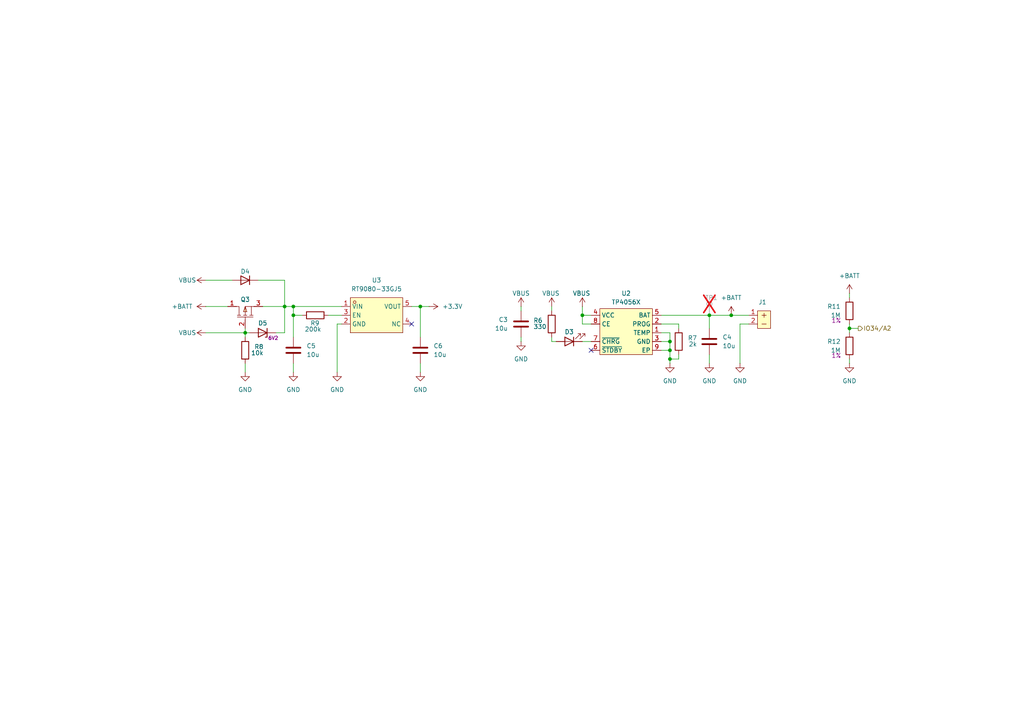
<source format=kicad_sch>
(kicad_sch (version 20250114) (generator "eeschema") (generator_version "9.0")
  (paper "A4")
  (title_block (title "ESP 32 weather ePaper display") (date "2025-02-26") (rev "V1"))
  (lib_symbols
    (symbol "0_local_lib:BRCS150P02ZJ" (pin_names (hide yes))
      (property "Reference" "Q" (at 0 10.16 0))
      (property "Value" "BRCS150P02ZJ" (at 0 -10.16 0))
      (symbol "BRCS150P02ZJ_0_1"
        (polyline (pts (xy -5.08 0) (xy -3.05 0)))
        (polyline (pts (xy -3.05 2.29) (xy -3.05 -2.29)))
        (polyline (pts (xy -2.54 2.29) (xy -2.54 1.27)))
        (polyline (pts (xy -2.54 1.78) (xy 0 1.78) (xy 0 2.54) (xy 0 2.54) (xy 0 2.54) (xy 0 2.54)))
        (polyline (pts (xy -2.54 0) (xy 0 0) (xy 0 -2.54) (xy 0 0) (xy 0 0)))
        (polyline (pts (xy -2.54 -0.51) (xy -2.54 0.51)))
        (polyline (pts (xy -2.54 -2.29) (xy -2.54 -1.27)))
        (polyline (pts (xy 0 0) (xy -1.52 -0.51) (xy -1.52 0.51) (xy 0 0)) (fill (type background)))
        (polyline (pts (xy 0 -1.78) (xy -2.54 -1.78)))
        (pin unspecified line (at -6.35 0 0) (length 2.54) (name "G") (number "2"))
        (pin unspecified line (at 0 5.08 270) (length 2.54) (name "D") (number "1"))
        (pin unspecified line (at 0 -5.08 90) (length 2.54) (name "S") (number "3"))
      )
    )
    (symbol "0_local_lib:RT9080-33GJ5"
      (property "Reference" "U" (at 0 7.62 0))
      (property "Value" "RT9080-33GJ5" (at 0 -7.62 0))
      (symbol "RT9080-33GJ5_0_1"
        (rectangle (start -7.62 5.08) (end 7.62 -5.08) (fill (type background)))
        (circle (center -6.35 3.81) (radius 0.38))
        (pin unspecified line (at -10.16 2.54 0) (length 2.54) (name "VIN") (number "1"))
        (pin unspecified line (at -10.16 0 0) (length 2.54) (name "EN") (number "3"))
        (pin unspecified line (at -10.16 -2.54 0) (length 2.54) (name "GND") (number "2"))
        (pin unspecified line (at 10.16 2.54 180) (length 2.54) (name "VOUT") (number "5"))
        (pin unspecified line (at 10.16 -2.54 180) (length 2.54) (name "NC") (number "4"))
      )
    )
    (symbol "0_local_lib:S2B-PH-K-S(LF)(SN)" (pin_names (hide yes))
      (property "Reference" "J" (at -1.016 4.826 0))
      (symbol "S2B-PH-K-S(LF)(SN)_0_1"
        (rectangle (start -2.54 2.54) (end 1.27 -2.54) (fill (type background)))
        (polyline (pts (xy -1.27 -1.27) (xy 0 -1.27)))
        (polyline (pts (xy -0.635 1.27) (xy -1.27 1.27) (xy 0 1.27) (xy -0.635 1.27) (xy -0.635 1.905) (xy -0.635 0.635) (xy -0.635 1.27)))
        (pin unspecified line (at -5.08 1.27 0) (length 2.54) (name "1") (number "1"))
        (pin unspecified line (at -5.08 -1.27 0) (length 2.54) (name "2") (number "2"))
      )
    )
    (symbol "0_local_lib:TP4056X"
      (property "Reference" "U" (at 0 10.16 0))
      (property "Value" "TP4056X" (at 0 7.62 0))
      (symbol "TP4056X_0_1"
        (rectangle (start -7.62 5.715) (end 7.62 -7.62) (fill (type background)))
        (pin unspecified line (at -10.16 3.81 0) (length 2.54) (name "VCC") (number "4"))
        (pin unspecified line (at -10.16 1.27 0) (length 2.54) (name "CE") (number "8"))
        (pin unspecified line (at -10.16 -3.81 0) (length 2.54) (name "~{CHRG}") (number "7"))
        (pin unspecified line (at -10.16 -6.35 0) (length 2.54) (name "~{STDBY}") (number "6"))
        (pin unspecified line (at 10.16 3.81 180) (length 2.54) (name "BAT") (number "5"))
        (pin unspecified line (at 10.16 1.27 180) (length 2.54) (name "PROG") (number "2"))
        (pin unspecified line (at 10.16 -1.27 180) (length 2.54) (name "TEMP") (number "1"))
        (pin unspecified line (at 10.16 -3.81 180) (length 2.54) (name "GND") (number "3"))
        (pin unspecified line (at 10.16 -6.35 180) (length 2.54) (name "EP") (number "9"))
      )
    )
    (symbol "Connector:TestPoint" (pin_numbers (hide yes)) (pin_names (offset 0.762) (hide yes))
      (property "Reference" "TP" (at 0 6.858 0))
      (property "Value" "TestPoint" (at 0 5.08 0))
      (symbol "TestPoint_0_1"
        (circle (center 0 3.302) (radius 0.762))
      )
      (symbol "TestPoint_1_1"
        (pin passive line (at 0 0 90) (length 2.54) (name "1") (number "1"))
      )
    )
    (symbol "Device:C" (pin_numbers (hide yes)) (pin_names (offset 0.254))
      (property "Reference" "C" (at 0.635 2.54 0))
      (property "Value" "C" (at 0.635 -2.54 0))
      (symbol "C_0_1"
        (polyline (pts (xy -2.032 0.762) (xy 2.032 0.762)) (stroke (width 0.508)))
        (polyline (pts (xy -2.032 -0.762) (xy 2.032 -0.762)) (stroke (width 0.508)))
      )
      (symbol "C_1_1"
        (pin passive line (at 0 3.81 270) (length 2.794) (name "~") (number "1"))
        (pin passive line (at 0 -3.81 90) (length 2.794) (name "~") (number "2"))
      )
    )
    (symbol "Device:D" (pin_numbers (hide yes)) (pin_names (offset 1.016) (hide yes))
      (property "Reference" "D" (at 0 2.54 0))
      (property "Value" "D" (at 0 -2.54 0))
      (symbol "D_0_1"
        (polyline (pts (xy -1.27 1.27) (xy -1.27 -1.27)) (stroke (width 0.254)))
        (polyline (pts (xy 1.27 1.27) (xy 1.27 -1.27) (xy -1.27 0) (xy 1.27 1.27)) (stroke (width 0.254)))
        (polyline (pts (xy 1.27 0) (xy -1.27 0)))
      )
      (symbol "D_1_1"
        (pin passive line (at -3.81 0 0) (length 2.54) (name "K") (number "1"))
        (pin passive line (at 3.81 0 180) (length 2.54) (name "A") (number "2"))
      )
    )
    (symbol "Device:D_Zener" (pin_numbers (hide yes)) (pin_names (offset 1.016) (hide yes))
      (property "Reference" "D" (at 0 2.54 0))
      (property "Value" "D_Zener" (at 0 -2.54 0))
      (symbol "D_Zener_0_1"
        (polyline (pts (xy -1.27 -1.27) (xy -1.27 1.27) (xy -0.762 1.27)) (stroke (width 0.254)))
        (polyline (pts (xy 1.27 0) (xy -1.27 0)))
        (polyline (pts (xy 1.27 -1.27) (xy 1.27 1.27) (xy -1.27 0) (xy 1.27 -1.27)) (stroke (width 0.254)))
      )
      (symbol "D_Zener_1_1"
        (pin passive line (at -3.81 0 0) (length 2.54) (name "K") (number "1"))
        (pin passive line (at 3.81 0 180) (length 2.54) (name "A") (number "2"))
      )
    )
    (symbol "Device:LED" (pin_numbers (hide yes)) (pin_names (offset 1.016) (hide yes))
      (property "Reference" "D" (at 0 2.54 0))
      (property "Value" "LED" (at 0 -2.54 0))
      (symbol "LED_0_1"
        (polyline (pts (xy -3.048 -0.762) (xy -4.572 -2.286) (xy -3.81 -2.286) (xy -4.572 -2.286) (xy -4.572 -1.524)))
        (polyline (pts (xy -1.778 -0.762) (xy -3.302 -2.286) (xy -2.54 -2.286) (xy -3.302 -2.286) (xy -3.302 -1.524)))
        (polyline (pts (xy -1.27 0) (xy 1.27 0)))
        (polyline (pts (xy -1.27 -1.27) (xy -1.27 1.27)) (stroke (width 0.254)))
        (polyline (pts (xy 1.27 -1.27) (xy 1.27 1.27) (xy -1.27 0) (xy 1.27 -1.27)) (stroke (width 0.254)))
      )
      (symbol "LED_1_1"
        (pin passive line (at -3.81 0 0) (length 2.54) (name "K") (number "1"))
        (pin passive line (at 3.81 0 180) (length 2.54) (name "A") (number "2"))
      )
    )
    (symbol "Device:R" (pin_numbers (hide yes)) (pin_names (offset 0))
      (property "Reference" "R" (at 2.032 0 90))
      (property "Value" "R" (at 0 0 90))
      (symbol "R_0_1"
        (rectangle (start -1.016 -2.54) (end 1.016 2.54) (stroke (width 0.254)))
      )
      (symbol "R_1_1"
        (pin passive line (at 0 3.81 270) (length 1.27) (name "~") (number "1"))
        (pin passive line (at 0 -3.81 90) (length 1.27) (name "~") (number "2"))
      )
    )
    (symbol "power:+3.3V" (power) (pin_numbers (hide yes)) (pin_names (offset 0) (hide yes))
      (property "Value" "+3.3V" (at 0 3.556 0))
      (symbol "+3.3V_0_1"
        (polyline (pts (xy -0.762 1.27) (xy 0 2.54)))
        (polyline (pts (xy 0 2.54) (xy 0.762 1.27)))
        (polyline (pts (xy 0 0) (xy 0 2.54)))
      )
      (symbol "+3.3V_1_1"
        (pin power_in line (at 0 0 90) (length 0) (name "~") (number "1"))
      )
    )
    (symbol "power:+BATT" (power) (pin_numbers (hide yes)) (pin_names (offset 0) (hide yes))
      (property "Value" "+BATT" (at 0 3.556 0))
      (symbol "+BATT_0_1"
        (polyline (pts (xy -0.762 1.27) (xy 0 2.54)))
        (polyline (pts (xy 0 2.54) (xy 0.762 1.27)))
        (polyline (pts (xy 0 0) (xy 0 2.54)))
      )
      (symbol "+BATT_1_1"
        (pin power_in line (at 0 0 90) (length 0) (name "~") (number "1"))
      )
    )
    (symbol "power:GND" (power) (pin_numbers (hide yes)) (pin_names (offset 0) (hide yes))
      (property "Value" "GND" (at 0 -3.81 0))
      (symbol "GND_0_1"
        (polyline (pts (xy 0 0) (xy 0 -1.27) (xy 1.27 -1.27) (xy 0 -2.54) (xy -1.27 -1.27) (xy 0 -1.27)))
      )
      (symbol "GND_1_1"
        (pin power_in line (at 0 0 270) (length 0) (name "~") (number "1"))
      )
    )
    (symbol "power:VBUS" (power) (pin_numbers (hide yes)) (pin_names (offset 0) (hide yes))
      (property "Value" "VBUS" (at 0 3.556 0))
      (symbol "VBUS_0_1"
        (polyline (pts (xy -0.762 1.27) (xy 0 2.54)))
        (polyline (pts (xy 0 2.54) (xy 0.762 1.27)))
        (polyline (pts (xy 0 0) (xy 0 2.54)))
      )
      (symbol "VBUS_1_1"
        (pin power_in line (at 0 0 90) (length 0) (name "~") (number "1"))
      )
    )
  )
  (junction (at 85.09 88.9))
  (junction (at 205.74 91.44))
  (junction (at 194.31 99.06))
  (junction (at 212.09 91.44))
  (junction (at 168.91 91.44))
  (junction (at 121.92 88.9))
  (junction (at 85.09 91.44))
  (junction (at 71.12 96.52))
  (junction (at 194.31 101.6))
  (junction (at 194.31 104.14))
  (junction (at 246.38 95.25))
  (junction (at 82.55 88.9))
  (no_connect (at 119.38 93.98))
  (no_connect (at 171.45 101.6))
  (wire (pts (xy 85.09 91.44) (xy 85.09 88.9)))
  (wire (pts (xy 121.92 88.9) (xy 119.38 88.9)))
  (wire (pts (xy 214.63 93.98) (xy 214.63 105.41)))
  (wire (pts (xy 194.31 104.14) (xy 194.31 101.6)))
  (wire (pts (xy 71.12 96.52) (xy 71.12 97.79)))
  (wire (pts (xy 194.31 99.06) (xy 191.77 99.06)))
  (wire (pts (xy 87.63 91.44) (xy 85.09 91.44)))
  (wire (pts (xy 191.77 96.52) (xy 194.31 96.52)))
  (wire (pts (xy 205.74 102.87) (xy 205.74 105.41)))
  (wire (pts (xy 194.31 96.52) (xy 194.31 99.06)))
  (wire (pts (xy 246.38 85.09) (xy 246.38 86.36)))
  (wire (pts (xy 246.38 95.25) (xy 248.92 95.25)))
  (wire (pts (xy 191.77 93.98) (xy 196.85 93.98)))
  (wire (pts (xy 82.55 88.9) (xy 82.55 96.52)))
  (wire (pts (xy 212.09 91.44) (xy 217.17 91.44)))
  (wire (pts (xy 59.69 88.9) (xy 66.04 88.9)))
  (wire (pts (xy 160.02 99.06) (xy 161.29 99.06)))
  (wire (pts (xy 205.74 95.25) (xy 205.74 91.44)))
  (wire (pts (xy 168.91 91.44) (xy 171.45 91.44)))
  (wire (pts (xy 82.55 88.9) (xy 85.09 88.9)))
  (wire (pts (xy 205.74 91.44) (xy 212.09 91.44)))
  (wire (pts (xy 194.31 101.6) (xy 194.31 99.06)))
  (wire (pts (xy 168.91 93.98) (xy 168.91 91.44)))
  (wire (pts (xy 246.38 95.25) (xy 246.38 96.52)))
  (wire (pts (xy 151.13 88.9) (xy 151.13 90.17)))
  (wire (pts (xy 85.09 88.9) (xy 99.06 88.9)))
  (wire (pts (xy 191.77 101.6) (xy 194.31 101.6)))
  (wire (pts (xy 71.12 95.25) (xy 71.12 96.52)))
  (wire (pts (xy 74.93 81.28) (xy 82.55 81.28)))
  (wire (pts (xy 160.02 97.79) (xy 160.02 99.06)))
  (wire (pts (xy 71.12 96.52) (xy 72.39 96.52)))
  (wire (pts (xy 76.2 88.9) (xy 82.55 88.9)))
  (wire (pts (xy 168.91 88.9) (xy 168.91 91.44)))
  (wire (pts (xy 121.92 97.79) (xy 121.92 88.9)))
  (wire (pts (xy 59.69 81.28) (xy 67.31 81.28)))
  (wire (pts (xy 85.09 105.41) (xy 85.09 107.95)))
  (wire (pts (xy 246.38 93.98) (xy 246.38 95.25)))
  (wire (pts (xy 196.85 93.98) (xy 196.85 95.25)))
  (wire (pts (xy 124.46 88.9) (xy 121.92 88.9)))
  (wire (pts (xy 97.79 93.98) (xy 97.79 107.95)))
  (wire (pts (xy 196.85 102.87) (xy 196.85 104.14)))
  (wire (pts (xy 160.02 88.9) (xy 160.02 90.17)))
  (wire (pts (xy 171.45 93.98) (xy 168.91 93.98)))
  (wire (pts (xy 205.74 91.44) (xy 191.77 91.44)))
  (wire (pts (xy 168.91 99.06) (xy 171.45 99.06)))
  (wire (pts (xy 82.55 96.52) (xy 80.01 96.52)))
  (wire (pts (xy 194.31 105.41) (xy 194.31 104.14)))
  (wire (pts (xy 71.12 105.41) (xy 71.12 107.95)))
  (wire (pts (xy 82.55 81.28) (xy 82.55 88.9)))
  (wire (pts (xy 59.69 96.52) (xy 71.12 96.52)))
  (wire (pts (xy 95.25 91.44) (xy 99.06 91.44)))
  (wire (pts (xy 217.17 93.98) (xy 214.63 93.98)))
  (wire (pts (xy 85.09 91.44) (xy 85.09 97.79)))
  (wire (pts (xy 194.31 104.14) (xy 196.85 104.14)))
  (wire (pts (xy 151.13 97.79) (xy 151.13 99.06)))
  (wire (pts (xy 99.06 93.98) (xy 97.79 93.98)))
  (wire (pts (xy 246.38 104.14) (xy 246.38 105.41)))
  (wire (pts (xy 121.92 105.41) (xy 121.92 107.95)))
  (hierarchical_label "IO34{slash}A2" (shape output) (at 248.92 95.25 0))
  (symbol (lib_id "power:+BATT") (at 212.09 91.44 0) (unit 1)
    (property "Reference" "#PWR019" (effects (hide yes)))
    (property "Value" "+BATT" (at 212.09 86.36 0))
    (property "Description" "Power symbol creates a global label with name \"+BATT\"" (effects (hide yes)))
  )
  (symbol (lib_id "power:GND") (at 97.79 107.95 0) (unit 1)
    (property "Reference" "#PWR025" (effects (hide yes)))
    (property "Value" "GND" (at 97.79 113.03 0))
    (property "Description" "Power symbol creates a global label with name \"GND\" , ground" (effects (hide yes)))
  )
  (symbol (lib_id "0_local_lib:RT9080-33GJ5") (at 109.22 91.44 0) (unit 1)
    (property "Reference" "U3" (at 109.22 81.28 0))
    (property "Value" "RT9080-33GJ5" (at 109.22 83.82 0))
    (property "Footprint" "0_local_lib:SOT-23-5_L3.0-W1.5-P0.95-LS2.8-BL" (effects (hide yes)))
    (property "LCSC Part" "C20617299" (effects (hide yes)))
  )
  (symbol (lib_id "power:VBUS") (at 151.13 88.9 0) (mirror y) (unit 1)
    (property "Reference" "#PWR015" (effects (hide yes)))
    (property "Value" "VBUS" (at 151.13 85.09 0))
    (property "Description" "Power symbol creates a global label with name \"VBUS\"" (effects (hide yes)))
  )
  (symbol (lib_id "Device:D") (at 71.12 81.28 180) (unit 1)
    (property "Reference" "D4" (at 71.12 78.74 0))
    (property "Value" "1N5819" (effects (hide yes)))
    (property "Footprint" "Diode_SMD:D_SOD-123F" (effects (hide yes)))
    (property "Description" "Diode" (effects (hide yes)))
    (property "Sim.Device" "D" (effects (hide yes)))
    (property "Sim.Pins" "1=K 2=A" (effects (hide yes)))
    (property "LCSC Part" "C169540 " (effects (hide yes)))
  )
  (symbol (lib_id "power:+BATT") (at 59.69 88.9 90) (unit 1)
    (property "Reference" "#PWR020" (effects (hide yes)))
    (property "Value" "+BATT" (at 55.88 88.8999 90) (effects (justify left)))
    (property "Description" "Power symbol creates a global label with name \"+BATT\"" (effects (hide yes)))
  )
  (symbol (lib_id "power:GND") (at 71.12 107.95 0) (unit 1)
    (property "Reference" "#PWR023" (effects (hide yes)))
    (property "Value" "GND" (at 71.12 113.03 0))
    (property "Description" "Power symbol creates a global label with name \"GND\" , ground" (effects (hide yes)))
  )
  (symbol (lib_id "Device:C") (at 121.92 101.6 180) (unit 1)
    (property "Reference" "C6" (at 125.73 100.3299 0) (effects (justify right)))
    (property "Value" "10u" (at 125.73 102.8699 0) (effects (justify right)))
    (property "Footprint" "Capacitor_SMD:C_0603_1608Metric" (effects (hide yes)))
    (property "Description" "Unpolarized capacitor" (effects (hide yes)))
    (property "LCSC Part" "C96446" (effects (hide yes)))
  )
  (symbol (lib_id "Device:R") (at 246.38 90.17 0) (mirror x) (unit 1)
    (property "Reference" "R11" (at 243.84 88.8999 0) (effects (justify right)))
    (property "Value" "1M" (at 243.84 91.4399 0) (effects (justify right)))
    (property "Footprint" "Resistor_SMD:R_0603_1608Metric" (effects (hide yes)))
    (property "Description" "Resistor" (effects (hide yes)))
    (property "Précision " "1%" (at 242.57 92.964 0))
    (property "LCSC Part" "C25803" (effects (hide yes)))
  )
  (symbol (lib_id "Device:R") (at 91.44 91.44 270) (mirror x) (unit 1)
    (property "Reference" "R9" (at 92.71 93.726 90) (effects (justify right)))
    (property "Value" "200k" (at 93.218 95.504 90) (effects (justify right)))
    (property "Footprint" "Resistor_SMD:R_0603_1608Metric" (effects (hide yes)))
    (property "Description" "Resistor" (effects (hide yes)))
    (property "LCSC Part" "C25811" (effects (hide yes)))
  )
  (symbol (lib_id "Device:D_Zener") (at 76.2 96.52 180) (unit 1)
    (property "Reference" "D5" (at 76.2 93.726 0))
    (property "Value" "LM3Z6V2T1G" (effects (hide yes)))
    (property "Footprint" "Diode_SMD:D_SOD-323" (effects (hide yes)))
    (property "Description" "Zener diode" (effects (hide yes)))
    (property "Zener Voltage" "6V2" (at 79.248 98.044 0) (effects (font (size 1.016 1.016))))
    (property "LCSC" "C131806" (effects (hide yes)))
    (property "LCSC Part" "C131806" (effects (hide yes)))
  )
  (symbol (lib_id "Device:LED") (at 165.1 99.06 180) (unit 1)
    (property "Reference" "D3" (at 165.1 96.266 0))
    (property "Value" "C397045" (effects (hide yes)))
    (property "Footprint" "LED_SMD:LED_0402_1005Metric" (effects (hide yes)))
    (property "Description" "Light emitting diode" (effects (hide yes)))
    (property "Sim.Pins" "1=K 2=A" (effects (hide yes)))
    (property "Field6" "C397045" (effects (hide yes)))
    (property "LCSC Part" "C397045" (effects (hide yes)))
  )
  (symbol (lib_id "Device:C") (at 85.09 101.6 180) (unit 1)
    (property "Reference" "C5" (at 88.9 100.3299 0) (effects (justify right)))
    (property "Value" "10u" (at 88.9 102.8699 0) (effects (justify right)))
    (property "Footprint" "Capacitor_SMD:C_0603_1608Metric" (effects (hide yes)))
    (property "Description" "Unpolarized capacitor" (effects (hide yes)))
    (property "LCSC Part" "C96446" (effects (hide yes)))
  )
  (symbol (lib_id "power:VBUS") (at 168.91 88.9 0) (unit 1)
    (property "Reference" "#PWR012" (effects (hide yes)))
    (property "Value" "VBUS" (at 168.656 85.09 0))
    (property "Description" "Power symbol creates a global label with name \"VBUS\"" (effects (hide yes)))
  )
  (symbol (lib_id "0_local_lib:S2B-PH-K-S(LF)(SN)") (at 222.25 92.71 0) (unit 1)
    (property "Reference" "J1" (at 219.964 87.63 0) (effects (justify left)))
    (property "Value" "S2B-PH-K-S(LF)(SN)" (effects (hide yes)))
    (property "Footprint" "0_local_lib:CONN-TH_S2B-PH-K-S-LF-SN" (effects (hide yes)))
    (property "Datasheet" "https://lcsc.com/product-detail/PH-Connectors_JST-Sales-America_S2B-PH-K-S-LF-SN_JST-Sales-America-S2B-PH-K-S-LF-SN_C173752.html" (effects (hide yes)))
    (property "LCSC Part" "C173752" (effects (hide yes)))
  )
  (symbol (lib_id "Device:C") (at 151.13 93.98 0) (mirror x) (unit 1)
    (property "Reference" "C3" (at 147.32 92.7099 0) (effects (justify right)))
    (property "Value" "10u" (at 147.32 95.2499 0) (effects (justify right)))
    (property "Footprint" "Capacitor_SMD:C_0603_1608Metric" (effects (hide yes)))
    (property "Description" "Unpolarized capacitor" (effects (hide yes)))
    (property "LCSC Part" "C96446" (effects (hide yes)))
  )
  (symbol (lib_id "power:GND") (at 194.31 105.41 0) (unit 1)
    (property "Reference" "#PWR014" (effects (hide yes)))
    (property "Value" "GND" (at 194.31 110.49 0))
    (property "Description" "Power symbol creates a global label with name \"GND\" , ground" (effects (hide yes)))
  )
  (symbol (lib_id "power:GND") (at 121.92 107.95 0) (unit 1)
    (property "Reference" "#PWR026" (effects (hide yes)))
    (property "Value" "GND" (at 121.92 113.03 0))
    (property "Description" "Power symbol creates a global label with name \"GND\" , ground" (effects (hide yes)))
  )
  (symbol (lib_id "power:+BATT") (at 246.38 85.09 0) (unit 1)
    (property "Reference" "#PWR032" (effects (hide yes)))
    (property "Value" "+BATT" (at 246.38 80.01 0))
    (property "Description" "Power symbol creates a global label with name \"+BATT\"" (effects (hide yes)))
  )
  (symbol (lib_id "Device:R") (at 196.85 99.06 0) (mirror x) (unit 1)
    (property "Reference" "R7" (at 202.184 98.044 0) (effects (justify right)))
    (property "Value" "2k" (at 202.184 99.822 0) (effects (justify right)))
    (property "Footprint" "Resistor_SMD:R_0603_1608Metric" (effects (hide yes)))
    (property "Description" "Resistor" (effects (hide yes)))
    (property "LCSC Part" "C22975" (effects (hide yes)))
  )
  (symbol (lib_id "power:GND") (at 246.38 105.41 0) (unit 1)
    (property "Reference" "#PWR033" (effects (hide yes)))
    (property "Value" "GND" (at 246.38 110.49 0))
    (property "Description" "Power symbol creates a global label with name \"GND\" , ground" (effects (hide yes)))
  )
  (symbol (lib_id "power:VBUS") (at 59.69 96.52 90) (unit 1)
    (property "Reference" "#PWR021" (effects (hide yes)))
    (property "Value" "VBUS" (at 54.356 96.52 90))
    (property "Description" "Power symbol creates a global label with name \"VBUS\"" (effects (hide yes)))
  )
  (symbol (lib_id "Device:C") (at 205.74 99.06 180) (unit 1)
    (property "Reference" "C4" (at 209.55 97.7899 0) (effects (justify right)))
    (property "Value" "10u" (at 209.55 100.3299 0) (effects (justify right)))
    (property "Footprint" "Capacitor_SMD:C_0603_1608Metric" (effects (hide yes)))
    (property "Description" "Unpolarized capacitor" (effects (hide yes)))
    (property "LCSC Part" "C96446" (effects (hide yes)))
  )
  (symbol (lib_id "power:+3.3V") (at 124.46 88.9 270) (unit 1)
    (property "Reference" "#PWR027" (effects (hide yes)))
    (property "Value" "+3.3V" (at 128.27 88.8999 90) (effects (justify left)))
    (property "Description" "Power symbol creates a global label with name \"+3.3V\"" (effects (hide yes)))
  )
  (symbol (lib_id "power:VBUS") (at 59.69 81.28 90) (unit 1)
    (property "Reference" "#PWR022" (effects (hide yes)))
    (property "Value" "VBUS" (at 54.356 81.28 90))
    (property "Description" "Power symbol creates a global label with name \"VBUS\"" (effects (hide yes)))
  )
  (symbol (lib_id "Connector:TestPoint") (at 205.74 91.44 0) (unit 1) (dnp yes)
    (property "Reference" "TP1" (at 204.47 86.36 0) (effects (justify left)))
    (property "Value" "TestPoint" (effects (hide yes)))
    (property "Footprint" "TestPoint:TestPoint_Pad_D1.0mm" (effects (hide yes)))
    (property "Description" "test point" (effects (hide yes)))
  )
  (symbol (lib_id "Device:R") (at 246.38 100.33 0) (mirror x) (unit 1)
    (property "Reference" "R12" (at 243.84 99.0599 0) (effects (justify right)))
    (property "Value" "1M" (at 243.84 101.5999 0) (effects (justify right)))
    (property "Footprint" "Resistor_SMD:R_0603_1608Metric" (effects (hide yes)))
    (property "Description" "Resistor" (effects (hide yes)))
    (property "Précision " "1%" (at 242.57 103.124 0))
    (property "LCSC Part" "C25803" (effects (hide yes)))
  )
  (symbol (lib_id "power:GND") (at 85.09 107.95 0) (unit 1)
    (property "Reference" "#PWR024" (effects (hide yes)))
    (property "Value" "GND" (at 85.09 113.03 0))
    (property "Description" "Power symbol creates a global label with name \"GND\" , ground" (effects (hide yes)))
  )
  (symbol (lib_id "power:GND") (at 151.13 99.06 0) (mirror y) (unit 1)
    (property "Reference" "#PWR016" (effects (hide yes)))
    (property "Value" "GND" (at 151.13 104.14 0))
    (property "Description" "Power symbol creates a global label with name \"GND\" , ground" (effects (hide yes)))
  )
  (symbol (lib_id "power:GND") (at 205.74 105.41 0) (unit 1)
    (property "Reference" "#PWR017" (effects (hide yes)))
    (property "Value" "GND" (at 205.74 110.49 0))
    (property "Description" "Power symbol creates a global label with name \"GND\" , ground" (effects (hide yes)))
  )
  (symbol (lib_id "0_local_lib:BRCS150P02ZJ") (at 71.12 88.9 90) (unit 1)
    (property "Reference" "Q3" (at 71.12 86.868 90))
    (property "Value" "BRCS150P02ZJ" (effects (hide yes)))
    (property "Footprint" "0_local_lib:DFN-6L_L2.0-W2.0-P0.65-BL_BRCS300PXX" (effects (hide yes)))
    (property "LCSC Part" "C22448985" (effects (hide yes)))
  )
  (symbol (lib_id "power:GND") (at 214.63 105.41 0) (unit 1)
    (property "Reference" "#PWR018" (effects (hide yes)))
    (property "Value" "GND" (at 214.63 110.49 0))
    (property "Description" "Power symbol creates a global label with name \"GND\" , ground" (effects (hide yes)))
  )
  (symbol (lib_id "Device:R") (at 160.02 93.98 180) (unit 1)
    (property "Reference" "R6" (at 154.686 92.964 0) (effects (justify right)))
    (property "Value" "330" (at 154.686 94.742 0) (effects (justify right)))
    (property "Footprint" "Resistor_SMD:R_0603_1608Metric" (effects (hide yes)))
    (property "Description" "Resistor" (effects (hide yes)))
    (property "LCSC Part" "C23138" (effects (hide yes)))
  )
  (symbol (lib_id "Device:R") (at 71.12 101.6 0) (mirror x) (unit 1)
    (property "Reference" "R8" (at 76.454 100.584 0) (effects (justify right)))
    (property "Value" "10k" (at 76.454 102.362 0) (effects (justify right)))
    (property "Footprint" "Resistor_SMD:R_0603_1608Metric" (effects (hide yes)))
    (property "Description" "Resistor" (effects (hide yes)))
    (property "LCSC Part" "C25804" (effects (hide yes)))
  )
  (symbol (lib_id "power:VBUS") (at 160.02 88.9 0) (unit 1)
    (property "Reference" "#PWR013" (effects (hide yes)))
    (property "Value" "VBUS" (at 159.766 85.09 0))
    (property "Description" "Power symbol creates a global label with name \"VBUS\"" (effects (hide yes)))
  )
  (symbol (lib_id "0_local_lib:TP4056X") (at 181.61 95.25 0) (unit 1)
    (property "Reference" "U2" (at 181.61 85.09 0))
    (property "Value" "TP4056X" (at 181.61 87.63 0))
    (property "Footprint" "0_local_lib:SOP-8_L4.9-W3.9-P1.27-LS6.0-TL-EP" (effects (hide yes)))
    (property "LCSC Part" "C2763448" (effects (hide yes)))
  )
)
</source>
